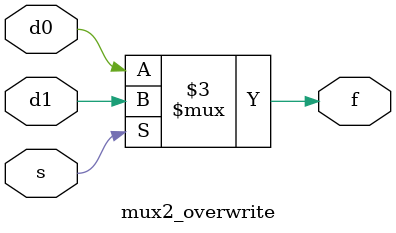
<source format=v>
module mux2_overwrite (
   input       d0,
   input       d1,
   input       s,
   output reg  f);
   
   always @(d0, d1, s) begin
      f = d0;
      if (s)
         f = d1;
   end
   
endmodule


</source>
